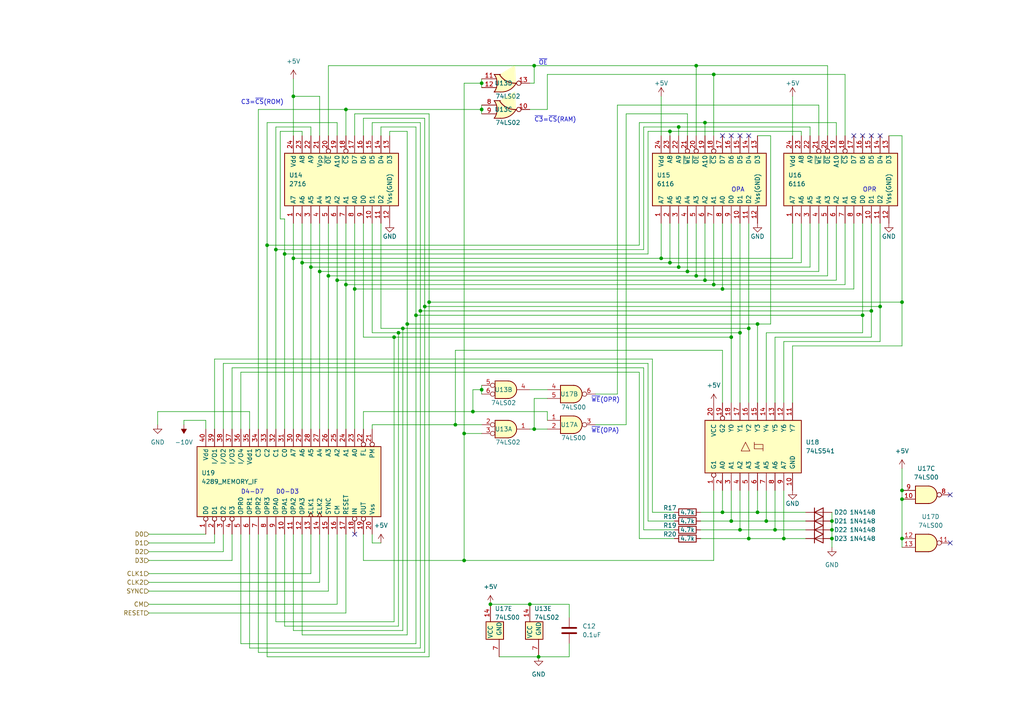
<source format=kicad_sch>
(kicad_sch (version 20211123) (generator eeschema)
  (paper "A4")
  (lib_symbols
    (symbol "000_MyLibrary:2716"
      (property "Reference" "U" (at -6.35 24.13 0))
      (property "Value" "2716" (at 2.54 24.13 0))
      (symbol "2716_1_1"
        (pin input line (at -12.7 20.32 0) (length 5.08) (name "A7") (number "1"))
        (pin tri_state line (at -12.7 -2.54 0) (length 5.08) (name "D1") (number "10"))
        (pin tri_state line (at -12.7 -5.08 0) (length 5.08) (name "D2") (number "11"))
        (pin power_in line (at -12.7 -7.62 0) (length 5.08) (name "Vss(GND)") (number "12"))
        (pin tri_state line (at 12.7 -7.62 180) (length 5.08) (name "D3") (number "13"))
        (pin tri_state line (at 12.7 -5.08 180) (length 5.08) (name "D4") (number "14"))
        (pin tri_state line (at 12.7 -2.54 180) (length 5.08) (name "D5") (number "15"))
        (pin tri_state line (at 12.7 0 180) (length 5.08) (name "D6") (number "16"))
        (pin tri_state line (at 12.7 2.54 180) (length 5.08) (name "D7") (number "17"))
        (pin input inverted (at 12.7 5.08 180) (length 5.08) (name "~{CS}") (number "18"))
        (pin input line (at 12.7 7.62 180) (length 5.08) (name "A10") (number "19"))
        (pin input line (at -12.7 17.78 0) (length 5.08) (name "A6") (number "2"))
        (pin input inverted (at 12.7 10.16 180) (length 5.08) (name "~{OE}") (number "20"))
        (pin power_in line (at 12.7 12.7 180) (length 5.08) (name "Vpp") (number "21"))
        (pin input line (at 12.7 15.24 180) (length 5.08) (name "A9") (number "22"))
        (pin input line (at 12.7 17.78 180) (length 5.08) (name "A8") (number "23"))
        (pin power_in line (at 12.7 20.32 180) (length 5.08) (name "Vdd") (number "24"))
        (pin input line (at -12.7 15.24 0) (length 5.08) (name "A5") (number "3"))
        (pin input line (at -12.7 12.7 0) (length 5.08) (name "A4") (number "4"))
        (pin input line (at -12.7 10.16 0) (length 5.08) (name "A3") (number "5"))
        (pin input line (at -12.7 7.62 0) (length 5.08) (name "A2") (number "6"))
        (pin input line (at -12.7 5.08 0) (length 5.08) (name "A1") (number "7"))
        (pin input line (at -12.7 2.54 0) (length 5.08) (name "A0") (number "8"))
        (pin tri_state line (at -12.7 0 0) (length 5.08) (name "D0") (number "9"))
      )
    )
    (symbol "000_MyLibrary:4289_MEMORY_IF"
      (property "Reference" "U" (at -7.62 30.48 0))
      (property "Value" "4289_MEMORY_IF" (at 7.62 27.94 0))
      (symbol "4289_MEMORY_IF_1_1"
        (pin bidirectional inverted (at -15.24 24.13 0) (length 5.08) (name "D0") (number "1"))
        (pin input line (at -15.24 1.27 0) (length 5.08) (name "OPA1") (number "10"))
        (pin input line (at -15.24 -1.27 0) (length 5.08) (name "OPA2") (number "11"))
        (pin input line (at -15.24 -3.81 0) (length 5.08) (name "OPA3") (number "12"))
        (pin input clock (at -15.24 -6.35 0) (length 5.08) (name "CLK1") (number "13"))
        (pin input clock (at -15.24 -8.89 0) (length 5.08) (name "CLK2") (number "14"))
        (pin input line (at -15.24 -11.43 0) (length 5.08) (name "SYNC") (number "15"))
        (pin input line (at -15.24 -13.97 0) (length 5.08) (name "CM") (number "16"))
        (pin input line (at -15.24 -16.51 0) (length 5.08) (name "RESET") (number "17"))
        (pin output inverted (at -15.24 -19.05 0) (length 5.08) (name "IN") (number "18"))
        (pin output inverted (at -15.24 -21.59 0) (length 5.08) (name "OUT") (number "19"))
        (pin bidirectional inverted (at -15.24 21.59 0) (length 5.08) (name "D1") (number "2"))
        (pin power_in line (at -15.24 -24.13 0) (length 5.08) (name "Vss") (number "20"))
        (pin output inverted (at 15.24 -24.13 180) (length 5.08) (name "PM") (number "21"))
        (pin output inverted (at 15.24 -21.59 180) (length 5.08) (name "FL") (number "22"))
        (pin output line (at 15.24 -19.05 180) (length 5.08) (name "A0") (number "23"))
        (pin output line (at 15.24 -16.51 180) (length 5.08) (name "A1") (number "24"))
        (pin output line (at 15.24 -13.97 180) (length 5.08) (name "A2") (number "25"))
        (pin output line (at 15.24 -11.43 180) (length 5.08) (name "A3") (number "26"))
        (pin output line (at 15.24 -8.89 180) (length 5.08) (name "A4") (number "27"))
        (pin output line (at 15.24 -6.35 180) (length 5.08) (name "A5") (number "28"))
        (pin output line (at 15.24 -3.81 180) (length 5.08) (name "A6") (number "29"))
        (pin bidirectional inverted (at -15.24 19.05 0) (length 5.08) (name "D2") (number "3"))
        (pin output line (at 15.24 -1.27 180) (length 5.08) (name "A7") (number "30"))
        (pin output line (at 15.24 1.27 180) (length 5.08) (name "C0") (number "31"))
        (pin output line (at 15.24 3.81 180) (length 5.08) (name "C1") (number "32"))
        (pin output line (at 15.24 6.35 180) (length 5.08) (name "C2") (number "33"))
        (pin output line (at 15.24 8.89 180) (length 5.08) (name "C3") (number "34"))
        (pin power_in line (at 15.24 11.43 180) (length 5.08) (name "Vdd1") (number "35"))
        (pin bidirectional line (at 15.24 13.97 180) (length 5.08) (name "I/O4") (number "36"))
        (pin bidirectional line (at 15.24 16.51 180) (length 5.08) (name "I/O3") (number "37"))
        (pin bidirectional line (at 15.24 19.05 180) (length 5.08) (name "I/O2") (number "38"))
        (pin bidirectional line (at 15.24 21.59 180) (length 5.08) (name "I/O1") (number "39"))
        (pin bidirectional inverted (at -15.24 16.51 0) (length 5.08) (name "D3") (number "4"))
        (pin power_in line (at 15.24 24.13 180) (length 5.08) (name "Vdd") (number "40"))
        (pin input line (at -15.24 13.97 0) (length 5.08) (name "OPR0") (number "5"))
        (pin input line (at -15.24 11.43 0) (length 5.08) (name "OPR1") (number "6"))
        (pin input line (at -15.24 8.89 0) (length 5.08) (name "OPR2") (number "7"))
        (pin input line (at -15.24 6.35 0) (length 5.08) (name "OPR3") (number "8"))
        (pin input line (at -15.24 3.81 0) (length 5.08) (name "OPA0") (number "9"))
      )
    )
    (symbol "000_MyLibrary:6116"
      (property "Reference" "U" (at -6.35 24.13 0))
      (property "Value" "6116" (at 2.54 24.13 0))
      (symbol "6116_1_1"
        (pin input line (at -12.7 20.32 0) (length 5.08) (name "A7") (number "1"))
        (pin tri_state line (at -12.7 -2.54 0) (length 5.08) (name "D1") (number "10"))
        (pin tri_state line (at -12.7 -5.08 0) (length 5.08) (name "D2") (number "11"))
        (pin power_in line (at -12.7 -7.62 0) (length 5.08) (name "Vss(GND)") (number "12"))
        (pin tri_state line (at 12.7 -7.62 180) (length 5.08) (name "D3") (number "13"))
        (pin tri_state line (at 12.7 -5.08 180) (length 5.08) (name "D4") (number "14"))
        (pin tri_state line (at 12.7 -2.54 180) (length 5.08) (name "D5") (number "15"))
        (pin tri_state line (at 12.7 0 180) (length 5.08) (name "D6") (number "16"))
        (pin tri_state line (at 12.7 2.54 180) (length 5.08) (name "D7") (number "17"))
        (pin input inverted (at 12.7 5.08 180) (length 5.08) (name "~{CS}") (number "18"))
        (pin input line (at 12.7 7.62 180) (length 5.08) (name "A10") (number "19"))
        (pin input line (at -12.7 17.78 0) (length 5.08) (name "A6") (number "2"))
        (pin input inverted (at 12.7 10.16 180) (length 5.08) (name "~{OE}") (number "20"))
        (pin input inverted (at 12.7 12.7 180) (length 5.08) (name "~{WE}") (number "21"))
        (pin input line (at 12.7 15.24 180) (length 5.08) (name "A9") (number "22"))
        (pin input line (at 12.7 17.78 180) (length 5.08) (name "A8") (number "23"))
        (pin power_in line (at 12.7 20.32 180) (length 5.08) (name "Vdd") (number "24"))
        (pin input line (at -12.7 15.24 0) (length 5.08) (name "A5") (number "3"))
        (pin input line (at -12.7 12.7 0) (length 5.08) (name "A4") (number "4"))
        (pin input line (at -12.7 10.16 0) (length 5.08) (name "A3") (number "5"))
        (pin input line (at -12.7 7.62 0) (length 5.08) (name "A2") (number "6"))
        (pin input line (at -12.7 5.08 0) (length 5.08) (name "A1") (number "7"))
        (pin input line (at -12.7 2.54 0) (length 5.08) (name "A0") (number "8"))
        (pin tri_state line (at -12.7 0 0) (length 5.08) (name "D0") (number "9"))
      )
    )
    (symbol "000_MyLibrary:74LS00" (pin_names (offset 1.016))
      (property "Reference" "U" (at -1.27 6.35 0))
      (property "Value" "74LS00" (at 1.27 3.81 0))
      (symbol "74LS00_1_1"
        (pin input line (at -7.62 1.27 0) (length 3.81) (name "~") (number "1"))
        (pin input line (at -7.62 -1.27 0) (length 3.81) (name "~") (number "2"))
        (pin output inverted (at 6.35 0 180) (length 3.81) (name "~") (number "3"))
      )
      (symbol "74LS00_1_2"
        (pin input inverted (at -7.62 1.27 0) (length 4.318) (name "~") (number "1"))
        (pin input inverted (at -7.62 -1.27 0) (length 4.318) (name "~") (number "2"))
        (pin output line (at 6.35 0 180) (length 3.81) (name "~") (number "3"))
      )
      (symbol "74LS00_2_1"
        (pin input line (at -7.62 1.27 0) (length 3.81) (name "~") (number "4"))
        (pin input line (at -7.62 -1.27 0) (length 3.81) (name "~") (number "5"))
        (pin output inverted (at 6.35 0 180) (length 3.81) (name "~") (number "6"))
      )
      (symbol "74LS00_2_2"
        (pin input inverted (at -7.62 1.27 0) (length 4.318) (name "~") (number "4"))
        (pin input inverted (at -7.62 -1.27 0) (length 4.318) (name "~") (number "5"))
        (pin output line (at 6.35 0 180) (length 3.81) (name "~") (number "6"))
      )
      (symbol "74LS00_3_1"
        (pin input line (at -7.62 -1.27 0) (length 3.81) (name "~") (number "10"))
        (pin output inverted (at 6.35 0 180) (length 3.81) (name "~") (number "8"))
        (pin input line (at -7.62 1.27 0) (length 3.81) (name "~") (number "9"))
      )
      (symbol "74LS00_3_2"
        (pin input inverted (at -7.62 -1.27 0) (length 4.318) (name "~") (number "10"))
        (pin output line (at 6.35 0 180) (length 3.81) (name "~") (number "8"))
        (pin input inverted (at -7.62 1.27 0) (length 4.318) (name "~") (number "9"))
      )
      (symbol "74LS00_4_1"
        (pin output inverted (at 6.35 0 180) (length 3.81) (name "~") (number "11"))
        (pin input line (at -7.62 1.27 0) (length 3.81) (name "~") (number "12"))
        (pin input line (at -7.62 -1.27 0) (length 3.81) (name "~") (number "13"))
      )
      (symbol "74LS00_4_2"
        (pin output line (at 6.35 0 180) (length 3.81) (name "~") (number "11"))
        (pin input inverted (at -7.62 1.27 0) (length 4.318) (name "~") (number "12"))
        (pin input inverted (at -7.62 -1.27 0) (length 4.318) (name "~") (number "13"))
      )
      (symbol "74LS00_5_0"
        (pin power_in line (at -1.27 7.62 270) (length 5.08) (name "VCC") (number "14"))
        (pin power_in line (at 1.27 -7.62 90) (length 5.08) (name "GND") (number "7"))
      )
    )
    (symbol "000_MyLibrary:74LS02" (pin_names (offset 1.016))
      (property "Reference" "U" (at 0 6.35 0))
      (property "Value" "74LS02" (at 2.54 3.81 0))
      (symbol "74LS02_1_1"
        (pin output inverted (at 6.35 0 180) (length 3.81) (name "~") (number "1"))
        (pin input line (at -7.62 1.27 0) (length 4.318) (name "~") (number "2"))
        (pin input line (at -7.62 -1.27 0) (length 4.318) (name "~") (number "3"))
      )
      (symbol "74LS02_1_2"
        (pin output line (at 6.35 0 180) (length 3.81) (name "~") (number "1"))
        (pin input inverted (at -7.62 1.27 0) (length 3.81) (name "~") (number "2"))
        (pin input inverted (at -7.62 -1.27 0) (length 3.81) (name "~") (number "3"))
      )
      (symbol "74LS02_2_1"
        (pin output inverted (at 6.35 0 180) (length 3.81) (name "~") (number "4"))
        (pin input line (at -7.62 1.27 0) (length 4.318) (name "~") (number "5"))
        (pin input line (at -7.62 -1.27 0) (length 4.318) (name "~") (number "6"))
      )
      (symbol "74LS02_2_2"
        (pin output line (at 6.35 0 180) (length 3.81) (name "~") (number "4"))
        (pin input inverted (at -7.62 1.27 0) (length 3.81) (name "~") (number "5"))
        (pin input inverted (at -7.62 -1.27 0) (length 3.81) (name "~") (number "6"))
      )
      (symbol "74LS02_3_1"
        (pin output inverted (at 6.35 0 180) (length 3.81) (name "~") (number "10"))
        (pin input line (at -7.62 1.27 0) (length 4.318) (name "~") (number "8"))
        (pin input line (at -7.62 -1.27 0) (length 4.318) (name "~") (number "9"))
      )
      (symbol "74LS02_3_2"
        (pin output line (at 6.35 0 180) (length 3.81) (name "~") (number "10"))
        (pin input inverted (at -7.62 1.27 0) (length 3.81) (name "~") (number "8"))
        (pin input inverted (at -7.62 -1.27 0) (length 3.81) (name "~") (number "9"))
      )
      (symbol "74LS02_4_1"
        (pin input line (at -7.62 1.27 0) (length 4.318) (name "~") (number "11"))
        (pin input line (at -7.62 -1.27 0) (length 4.318) (name "~") (number "12"))
        (pin output inverted (at 6.35 0 180) (length 3.81) (name "~") (number "13"))
      )
      (symbol "74LS02_4_2"
        (pin input inverted (at -7.62 1.27 0) (length 3.81) (name "~") (number "11"))
        (pin input inverted (at -7.62 -1.27 0) (length 3.81) (name "~") (number "12"))
        (pin output line (at 6.35 0 180) (length 3.81) (name "~") (number "13"))
      )
      (symbol "74LS02_5_0"
        (pin power_in line (at -1.27 7.62 270) (length 5.08) (name "VCC") (number "14"))
        (pin power_in line (at 1.27 -7.62 90) (length 5.08) (name "GND") (number "7"))
      )
    )
    (symbol "000_MyLibrary:74LS541" (pin_names (offset 1.016))
      (property "Reference" "U" (at -7.62 15.24 0))
      (property "Value" "74LS541" (at 3.81 15.24 0))
      (symbol "74LS541_1_0"
        (pin input inverted (at -12.7 11.43 0) (length 5.08) (name "G1") (number "1"))
        (pin power_in line (at -12.7 -11.43 0) (length 5.08) (name "GND") (number "10"))
        (pin tri_state line (at 12.7 -11.43 180) (length 5.08) (name "Y7") (number "11"))
        (pin tri_state line (at 12.7 -8.89 180) (length 5.08) (name "Y6") (number "12"))
        (pin tri_state line (at 12.7 -6.35 180) (length 5.08) (name "Y5") (number "13"))
        (pin tri_state line (at 12.7 -3.81 180) (length 5.08) (name "Y4") (number "14"))
        (pin tri_state line (at 12.7 -1.27 180) (length 5.08) (name "Y3") (number "15"))
        (pin tri_state line (at 12.7 1.27 180) (length 5.08) (name "Y2") (number "16"))
        (pin tri_state line (at 12.7 3.81 180) (length 5.08) (name "Y1") (number "17"))
        (pin tri_state line (at 12.7 6.35 180) (length 5.08) (name "Y0") (number "18"))
        (pin input inverted (at 12.7 8.89 180) (length 5.08) (name "G2") (number "19"))
        (pin input line (at -12.7 8.89 0) (length 5.08) (name "A0") (number "2"))
        (pin power_in line (at 12.7 11.43 180) (length 5.08) (name "VCC") (number "20"))
        (pin input line (at -12.7 6.35 0) (length 5.08) (name "A1") (number "3"))
        (pin input line (at -12.7 3.81 0) (length 5.08) (name "A2") (number "4"))
        (pin input line (at -12.7 1.27 0) (length 5.08) (name "A3") (number "5"))
        (pin input line (at -12.7 -1.27 0) (length 5.08) (name "A4") (number "6"))
        (pin input line (at -12.7 -3.81 0) (length 5.08) (name "A5") (number "7"))
        (pin input line (at -12.7 -6.35 0) (length 5.08) (name "A6") (number "8"))
        (pin input line (at -12.7 -8.89 0) (length 5.08) (name "A7") (number "9"))
      )
    )
    (symbol "000_MyLibrary:C" (pin_numbers hide) (pin_names (offset 0.254))
      (property "Reference" "C" (at 0.635 2.54 0))
      (property "Value" "C" (at 0.635 -2.54 0))
      (symbol "C_1_1"
        (pin passive line (at 0 3.81 270) (length 2.794) (name "~") (number "1"))
        (pin passive line (at 0 -3.81 90) (length 2.794) (name "~") (number "2"))
      )
    )
    (symbol "000_MyLibrary:R" (pin_numbers hide) (pin_names (offset 0))
      (property "Reference" "R" (at 2.032 0 90))
      (property "Value" "R" (at 0 0 90))
      (symbol "R_1_1"
        (pin passive line (at 0 3.81 270) (length 1.27) (name "~") (number "1"))
        (pin passive line (at 0 -3.81 90) (length 1.27) (name "~") (number "2"))
      )
    )
    (symbol "74LS00_1" (pin_names (offset 1.016))
      (property "Reference" "U" (at -1.27 6.35 0))
      (property "Value" "74LS00_1" (at 1.27 3.81 0))
      (symbol "74LS00_1_1_1"
        (pin input line (at -7.62 1.27 0) (length 3.81) (name "~") (number "1"))
        (pin input line (at -7.62 -1.27 0) (length 3.81) (name "~") (number "2"))
        (pin output inverted (at 6.35 0 180) (length 3.81) (name "~") (number "3"))
      )
      (symbol "74LS00_1_1_2"
        (pin input inverted (at -7.62 1.27 0) (length 4.318) (name "~") (number "1"))
        (pin input inverted (at -7.62 -1.27 0) (length 4.318) (name "~") (number "2"))
        (pin output line (at 6.35 0 180) (length 3.81) (name "~") (number "3"))
      )
      (symbol "74LS00_1_2_1"
        (pin input line (at -7.62 1.27 0) (length 3.81) (name "~") (number "4"))
        (pin input line (at -7.62 -1.27 0) (length 3.81) (name "~") (number "5"))
        (pin output inverted (at 6.35 0 180) (length 3.81) (name "~") (number "6"))
      )
      (symbol "74LS00_1_2_2"
        (pin input inverted (at -7.62 1.27 0) (length 4.318) (name "~") (number "4"))
        (pin input inverted (at -7.62 -1.27 0) (length 4.318) (name "~") (number "5"))
        (pin output line (at 6.35 0 180) (length 3.81) (name "~") (number "6"))
      )
      (symbol "74LS00_1_3_1"
        (pin input line (at -7.62 -1.27 0) (length 3.81) (name "~") (number "10"))
        (pin output inverted (at 6.35 0 180) (length 3.81) (name "~") (number "8"))
        (pin input line (at -7.62 1.27 0) (length 3.81) (name "~") (number "9"))
      )
      (symbol "74LS00_1_3_2"
        (pin input inverted (at -7.62 -1.27 0) (length 4.318) (name "~") (number "10"))
        (pin output line (at 6.35 0 180) (length 3.81) (name "~") (number "8"))
        (pin input inverted (at -7.62 1.27 0) (length 4.318) (name "~") (number "9"))
      )
      (symbol "74LS00_1_4_1"
        (pin output inverted (at 6.35 0 180) (length 3.81) (name "~") (number "11"))
        (pin input line (at -7.62 1.27 0) (length 3.81) (name "~") (number "12"))
        (pin input line (at -7.62 -1.27 0) (length 3.81) (name "~") (number "13"))
      )
      (symbol "74LS00_1_4_2"
        (pin output line (at 6.35 0 180) (length 3.81) (name "~") (number "11"))
        (pin input inverted (at -7.62 1.27 0) (length 4.318) (name "~") (number "12"))
        (pin input inverted (at -7.62 -1.27 0) (length 4.318) (name "~") (number "13"))
      )
      (symbol "74LS00_1_5_0"
        (pin power_in line (at -1.27 7.62 270) (length 5.08) (name "VCC") (number "14"))
        (pin power_in line (at 1.27 -7.62 90) (length 5.08) (name "GND") (number "7"))
      )
    )
    (symbol "74LS00_2" (pin_names (offset 1.016))
      (property "Reference" "U" (at -1.27 6.35 0))
      (property "Value" "74LS00_2" (at 1.27 3.81 0))
      (symbol "74LS00_2_1_1"
        (pin input line (at -7.62 1.27 0) (length 3.81) (name "~") (number "1"))
        (pin input line (at -7.62 -1.27 0) (length 3.81) (name "~") (number "2"))
        (pin output inverted (at 6.35 0 180) (length 3.81) (name "~") (number "3"))
      )
      (symbol "74LS00_2_1_2"
        (pin input inverted (at -7.62 1.27 0) (length 4.318) (name "~") (number "1"))
        (pin input inverted (at -7.62 -1.27 0) (length 4.318) (name "~") (number "2"))
        (pin output line (at 6.35 0 180) (length 3.81) (name "~") (number "3"))
      )
      (symbol "74LS00_2_2_1"
        (pin input line (at -7.62 1.27 0) (length 3.81) (name "~") (number "4"))
        (pin input line (at -7.62 -1.27 0) (length 3.81) (name "~") (number "5"))
        (pin output inverted (at 6.35 0 180) (length 3.81) (name "~") (number "6"))
      )
      (symbol "74LS00_2_2_2"
        (pin input inverted (at -7.62 1.27 0) (length 4.318) (name "~") (number "4"))
        (pin input inverted (at -7.62 -1.27 0) (length 4.318) (name "~") (number "5"))
        (pin output line (at 6.35 0 180) (length 3.81) (name "~") (number "6"))
      )
      (symbol "74LS00_2_3_1"
        (pin input line (at -7.62 -1.27 0) (length 3.81) (name "~") (number "10"))
        (pin output inverted (at 6.35 0 180) (length 3.81) (name "~") (number "8"))
        (pin input line (at -7.62 1.27 0) (length 3.81) (name "~") (number "9"))
      )
      (symbol "74LS00_2_3_2"
        (pin input inverted (at -7.62 -1.27 0) (length 4.318) (name "~") (number "10"))
        (pin output line (at 6.35 0 180) (length 3.81) (name "~") (number "8"))
        (pin input inverted (at -7.62 1.27 0) (length 4.318) (name "~") (number "9"))
      )
      (symbol "74LS00_2_4_1"
        (pin output inverted (at 6.35 0 180) (length 3.81) (name "~") (number "11"))
        (pin input line (at -7.62 1.27 0) (length 3.81) (name "~") (number "12"))
        (pin input line (at -7.62 -1.27 0) (length 3.81) (name "~") (number "13"))
      )
      (symbol "74LS00_2_4_2"
        (pin output line (at 6.35 0 180) (length 3.81) (name "~") (number "11"))
        (pin input inverted (at -7.62 1.27 0) (length 4.318) (name "~") (number "12"))
        (pin input inverted (at -7.62 -1.27 0) (length 4.318) (name "~") (number "13"))
      )
      (symbol "74LS00_2_5_0"
        (pin power_in line (at -1.27 7.62 270) (length 5.08) (name "VCC") (number "14"))
        (pin power_in line (at 1.27 -7.62 90) (length 5.08) (name "GND") (number "7"))
      )
    )
    (symbol "74LS00_3" (pin_names (offset 1.016))
      (property "Reference" "U" (at -1.27 6.35 0))
      (property "Value" "74LS00_3" (at 1.27 3.81 0))
      (symbol "74LS00_3_1_1"
        (pin input line (at -7.62 1.27 0) (length 3.81) (name "~") (number "1"))
        (pin input line (at -7.62 -1.27 0) (length 3.81) (name "~") (number "2"))
        (pin output inverted (at 6.35 0 180) (length 3.81) (name "~") (number "3"))
      )
      (symbol "74LS00_3_1_2"
        (pin input inverted (at -7.62 1.27 0) (length 4.318) (name "~") (number "1"))
        (pin input inverted (at -7.62 -1.27 0) (length 4.318) (name "~") (number "2"))
        (pin output line (at 6.35 0 180) (length 3.81) (name "~") (number "3"))
      )
      (symbol "74LS00_3_2_1"
        (pin input line (at -7.62 1.27 0) (length 3.81) (name "~") (number "4"))
        (pin input line (at -7.62 -1.27 0) (length 3.81) (name "~") (number "5"))
        (pin output inverted (at 6.35 0 180) (length 3.81) (name "~") (number "6"))
      )
      (symbol "74LS00_3_2_2"
        (pin input inverted (at -7.62 1.27 0) (length 4.318) (name "~") (number "4"))
        (pin input inverted (at -7.62 -1.27 0) (length 4.318) (name "~") (number "5"))
        (pin output line (at 6.35 0 180) (length 3.81) (name "~") (number "6"))
      )
      (symbol "74LS00_3_3_1"
        (pin input line (at -7.62 -1.27 0) (length 3.81) (name "~") (number "10"))
        (pin output inverted (at 6.35 0 180) (length 3.81) (name "~") (number "8"))
        (pin input line (at -7.62 1.27 0) (length 3.81) (name "~") (number "9"))
      )
      (symbol "74LS00_3_3_2"
        (pin input inverted (at -7.62 -1.27 0) (length 4.318) (name "~") (number "10"))
        (pin output line (at 6.35 0 180) (length 3.81) (name "~") (number "8"))
        (pin input inverted (at -7.62 1.27 0) (length 4.318) (name "~") (number "9"))
      )
      (symbol "74LS00_3_4_1"
        (pin output inverted (at 6.35 0 180) (length 3.81) (name "~") (number "11"))
        (pin input line (at -7.62 1.27 0) (length 3.81) (name "~") (number "12"))
        (pin input line (at -7.62 -1.27 0) (length 3.81) (name "~") (number "13"))
      )
      (symbol "74LS00_3_4_2"
        (pin output line (at 6.35 0 180) (length 3.81) (name "~") (number "11"))
        (pin input inverted (at -7.62 1.27 0) (length 4.318) (name "~") (number "12"))
        (pin input inverted (at -7.62 -1.27 0) (length 4.318) (name "~") (number "13"))
      )
      (symbol "74LS00_3_5_0"
        (pin power_in line (at -1.27 7.62 270) (length 5.08) (name "VCC") (number "14"))
        (pin power_in line (at 1.27 -7.62 90) (length 5.08) (name "GND") (number "7"))
      )
    )
    (symbol "74LS00_4" (pin_names (offset 1.016))
      (property "Reference" "U" (at -1.27 6.35 0))
      (property "Value" "74LS00_4" (at 1.27 3.81 0))
      (symbol "74LS00_4_1_1"
        (pin input line (at -7.62 1.27 0) (length 3.81) (name "~") (number "1"))
        (pin input line (at -7.62 -1.27 0) (length 3.81) (name "~") (number "2"))
        (pin output inverted (at 6.35 0 180) (length 3.81) (name "~") (number "3"))
      )
      (symbol "74LS00_4_1_2"
        (pin input inverted (at -7.62 1.27 0) (length 4.318) (name "~") (number "1"))
        (pin input inverted (at -7.62 -1.27 0) (length 4.318) (name "~") (number "2"))
        (pin output line (at 6.35 0 180) (length 3.81) (name "~") (number "3"))
      )
      (symbol "74LS00_4_2_1"
        (pin input line (at -7.62 1.27 0) (length 3.81) (name "~") (number "4"))
        (pin input line (at -7.62 -1.27 0) (length 3.81) (name "~") (number "5"))
        (pin output inverted (at 6.35 0 180) (length 3.81) (name "~") (number "6"))
      )
      (symbol "74LS00_4_2_2"
        (pin input inverted (at -7.62 1.27 0) (length 4.318) (name "~") (number "4"))
        (pin input inverted (at -7.62 -1.27 0) (length 4.318) (name "~") (number "5"))
        (pin output line (at 6.35 0 180) (length 3.81) (name "~") (number "6"))
      )
      (symbol "74LS00_4_3_1"
        (pin input line (at -7.62 -1.27 0) (length 3.81) (name "~") (number "10"))
        (pin output inverted (at 6.35 0 180) (length 3.81) (name "~") (number "8"))
        (pin input line (at -7.62 1.27 0) (length 3.81) (name "~") (number "9"))
      )
      (symbol "74LS00_4_3_2"
        (pin input inverted (at -7.62 -1.27 0) (length 4.318) (name "~") (number "10"))
        (pin output line (at 6.35 0 180) (length 3.81) (name "~") (number "8"))
        (pin input inverted (at -7.62 1.27 0) (length 4.318) (name "~") (number "9"))
      )
      (symbol "74LS00_4_4_1"
        (pin output inverted (at 6.35 0 180) (length 3.81) (name "~") (number "11"))
        (pin input line (at -7.62 1.27 0) (length 3.81) (name "~") (number "12"))
        (pin input line (at -7.62 -1.27 0) (length 3.81) (name "~") (number "13"))
      )
      (symbol "74LS00_4_4_2"
        (pin output line (at 6.35 0 180) (length 3.81) (name "~") (number "11"))
        (pin input inverted (at -7.62 1.27 0) (length 4.318) (name "~") (number "12"))
        (pin input inverted (at -7.62 -1.27 0) (length 4.318) (name "~") (number "13"))
      )
      (symbol "74LS00_4_5_0"
        (pin power_in line (at -1.27 7.62 270) (length 5.08) (name "VCC") (number "14"))
        (pin power_in line (at 1.27 -7.62 90) (length 5.08) (name "GND") (number "7"))
      )
    )
    (symbol "Diode:1N4148" (pin_numbers hide) (pin_names hide)
      (property "Reference" "D" (at 0 2.54 0))
      (property "Value" "1N4148" (at 0 -2.54 0))
      (symbol "1N4148_1_1"
        (pin passive line (at -3.81 0 0) (length 2.54) (name "K") (number "1"))
        (pin passive line (at 3.81 0 180) (length 2.54) (name "A") (number "2"))
      )
    )
    (symbol "power:+5V" (power) (pin_names (offset 0))
      (property "Value" "+5V" (at 0 3.556 0))
      (symbol "+5V_1_1"
        (pin power_in line (at 0 0 90) (length 0) hide (name "+5V") (number "1"))
      )
    )
    (symbol "power:-10V" (power) (pin_names (offset 0))
      (property "Value" "-10V" (at 0 3.81 0))
      (symbol "-10V_0_0"
        (pin power_in line (at 0 0 90) (length 0) hide (name "-10V") (number "1"))
      )
    )
    (symbol "power:GND" (power) (pin_names (offset 0))
      (property "Value" "GND" (at 0 -3.81 0))
      (symbol "GND_1_1"
        (pin power_in line (at 0 0 270) (length 0) hide (name "GND") (number "1"))
      )
    )
  )
  (junction (at 85.09 74.93))
  (junction (at 124.46 87.63))
  (junction (at 196.85 77.47))
  (junction (at 139.7 31.75))
  (junction (at 142.24 175.26))
  (junction (at 241.3 151.13))
  (junction (at 261.62 142.24))
  (junction (at 217.17 156.21))
  (junction (at 212.09 97.79))
  (junction (at 132.08 123.19))
  (junction (at 154.94 124.46))
  (junction (at 214.63 96.52))
  (junction (at 217.17 95.25))
  (junction (at 97.79 81.28))
  (junction (at 77.47 71.12))
  (junction (at 261.62 156.21))
  (junction (at 115.57 96.52))
  (junction (at 196.85 36.83))
  (junction (at 214.63 153.67))
  (junction (at 90.17 77.47))
  (junction (at 241.3 153.67))
  (junction (at 100.33 82.55))
  (junction (at 95.25 80.01))
  (junction (at 194.31 38.1))
  (junction (at 137.16 119.38))
  (junction (at 120.65 91.44))
  (junction (at 82.55 73.66))
  (junction (at 201.93 80.01))
  (junction (at 191.77 74.93))
  (junction (at 139.7 113.03))
  (junction (at 201.93 19.05))
  (junction (at 241.3 156.21))
  (junction (at 114.3 97.79))
  (junction (at 219.71 93.98))
  (junction (at 261.62 87.63))
  (junction (at 209.55 83.82))
  (junction (at 255.27 88.9))
  (junction (at 118.11 93.98))
  (junction (at 252.73 90.17))
  (junction (at 87.63 76.2))
  (junction (at 121.92 90.17))
  (junction (at 134.62 162.56))
  (junction (at 139.7 24.13))
  (junction (at 134.62 125.73))
  (junction (at 123.19 88.9))
  (junction (at 156.21 190.5))
  (junction (at 116.84 95.25))
  (junction (at 154.94 19.05))
  (junction (at 153.67 175.26))
  (junction (at 194.31 76.2))
  (junction (at 92.71 78.74))
  (junction (at 261.62 144.78))
  (junction (at 250.19 91.44))
  (junction (at 85.09 27.94))
  (junction (at 212.09 151.13))
  (junction (at 207.01 21.59))
  (junction (at 204.47 35.56))
  (junction (at 209.55 148.59))
  (junction (at 80.01 72.39))
  (junction (at 100.33 31.75))
  (junction (at 222.25 151.13))
  (junction (at 204.47 81.28))
  (junction (at 224.79 153.67))
  (junction (at 102.87 83.82))
  (junction (at 207.01 82.55))
  (junction (at 219.71 148.59))
  (junction (at 199.39 78.74))
  (junction (at 227.33 156.21))
  (no_connect (at 255.27 39.37))
  (no_connect (at 102.87 154.94))
  (no_connect (at 217.17 39.37))
  (no_connect (at 252.73 39.37))
  (no_connect (at 275.59 157.48))
  (no_connect (at 247.65 39.37))
  (no_connect (at 250.19 39.37))
  (no_connect (at 209.55 39.37))
  (no_connect (at 214.63 39.37))
  (no_connect (at 275.59 143.51))
  (no_connect (at 212.09 39.37))
  (wire (pts (xy 102.87 83.82) (xy 102.87 124.46)))
  (wire (pts (xy 212.09 142.24) (xy 212.09 151.13)))
  (wire (pts (xy 247.65 64.77) (xy 247.65 83.82)))
  (wire (pts (xy 222.25 142.24) (xy 222.25 151.13)))
  (wire (pts (xy 107.95 35.56) (xy 121.92 35.56)))
  (wire (pts (xy 120.65 91.44) (xy 250.19 91.44)))
  (wire (pts (xy 158.75 31.75) (xy 158.75 21.59)))
  (wire (pts (xy 158.75 115.57) (xy 154.94 115.57)))
  (wire (pts (xy 185.42 71.12) (xy 185.42 35.56)))
  (wire (pts (xy 81.28 63.5) (xy 82.55 63.5)))
  (wire (pts (xy 237.49 78.74) (xy 199.39 78.74)))
  (wire (pts (xy 116.84 95.25) (xy 217.17 95.25)))
  (wire (pts (xy 261.62 156.21) (xy 261.62 158.75)))
  (wire (pts (xy 186.69 153.67) (xy 195.58 153.67)))
  (wire (pts (xy 201.93 80.01) (xy 95.25 80.01)))
  (wire (pts (xy 209.55 101.6) (xy 132.08 101.6)))
  (wire (pts (xy 199.39 64.77) (xy 199.39 78.74)))
  (wire (pts (xy 124.46 87.63) (xy 261.62 87.63)))
  (wire (pts (xy 87.63 184.15) (xy 118.11 184.15)))
  (wire (pts (xy 116.84 95.25) (xy 116.84 182.88)))
  (wire (pts (xy 80.01 154.94) (xy 80.01 180.34)))
  (wire (pts (xy 87.63 38.1) (xy 87.63 39.37)))
  (wire (pts (xy 80.01 180.34) (xy 114.3 180.34)))
  (wire (pts (xy 181.61 123.19) (xy 181.61 33.02)))
  (wire (pts (xy 144.78 190.5) (xy 156.21 190.5)))
  (wire (pts (xy 224.79 97.79) (xy 224.79 116.84)))
  (wire (pts (xy 110.49 95.25) (xy 116.84 95.25)))
  (wire (pts (xy 82.55 181.61) (xy 115.57 181.61)))
  (wire (pts (xy 242.57 81.28) (xy 204.47 81.28)))
  (wire (pts (xy 105.41 34.29) (xy 123.19 34.29)))
  (wire (pts (xy 199.39 78.74) (xy 92.71 78.74)))
  (wire (pts (xy 77.47 35.56) (xy 97.79 35.56)))
  (wire (pts (xy 234.95 77.47) (xy 196.85 77.47)))
  (wire (pts (xy 153.67 124.46) (xy 154.94 124.46)))
  (wire (pts (xy 214.63 96.52) (xy 214.63 116.84)))
  (wire (pts (xy 123.19 34.29) (xy 123.19 88.9)))
  (wire (pts (xy 189.23 104.14) (xy 189.23 148.59)))
  (wire (pts (xy 156.21 190.5) (xy 165.1 190.5)))
  (wire (pts (xy 87.63 38.1) (xy 81.28 38.1)))
  (wire (pts (xy 67.31 106.68) (xy 186.69 106.68)))
  (wire (pts (xy 154.94 24.13) (xy 153.67 24.13)))
  (wire (pts (xy 123.19 189.23) (xy 74.93 189.23)))
  (wire (pts (xy 234.95 36.83) (xy 196.85 36.83)))
  (wire (pts (xy 62.23 104.14) (xy 62.23 124.46)))
  (wire (pts (xy 142.24 175.26) (xy 153.67 175.26)))
  (wire (pts (xy 100.33 31.75) (xy 100.33 39.37)))
  (wire (pts (xy 185.42 156.21) (xy 195.58 156.21)))
  (wire (pts (xy 72.39 154.94) (xy 72.39 187.96)))
  (wire (pts (xy 194.31 38.1) (xy 194.31 39.37)))
  (wire (pts (xy 69.85 107.95) (xy 69.85 124.46)))
  (wire (pts (xy 100.33 31.75) (xy 139.7 31.75)))
  (wire (pts (xy 105.41 119.38) (xy 137.16 119.38)))
  (wire (pts (xy 134.62 24.13) (xy 139.7 24.13)))
  (wire (pts (xy 82.55 73.66) (xy 82.55 124.46)))
  (wire (pts (xy 241.3 153.67) (xy 241.3 156.21)))
  (wire (pts (xy 90.17 64.77) (xy 90.17 77.47)))
  (wire (pts (xy 139.7 31.75) (xy 139.7 33.02)))
  (wire (pts (xy 69.85 107.95) (xy 185.42 107.95)))
  (wire (pts (xy 252.73 64.77) (xy 252.73 90.17)))
  (wire (pts (xy 72.39 187.96) (xy 121.92 187.96)))
  (wire (pts (xy 194.31 38.1) (xy 232.41 38.1)))
  (wire (pts (xy 43.18 166.37) (xy 90.17 166.37)))
  (wire (pts (xy 110.49 36.83) (xy 110.49 39.37)))
  (wire (pts (xy 203.2 148.59) (xy 209.55 148.59)))
  (wire (pts (xy 203.2 153.67) (xy 214.63 153.67)))
  (wire (pts (xy 115.57 96.52) (xy 214.63 96.52)))
  (wire (pts (xy 227.33 156.21) (xy 233.68 156.21)))
  (wire (pts (xy 124.46 87.63) (xy 124.46 190.5)))
  (wire (pts (xy 172.72 114.3) (xy 179.07 114.3)))
  (wire (pts (xy 172.72 123.19) (xy 181.61 123.19)))
  (wire (pts (xy 179.07 30.48) (xy 237.49 30.48)))
  (wire (pts (xy 43.18 157.48) (xy 62.23 157.48)))
  (wire (pts (xy 43.18 162.56) (xy 67.31 162.56)))
  (wire (pts (xy 69.85 186.69) (xy 120.65 186.69)))
  (wire (pts (xy 139.7 111.76) (xy 139.7 113.03)))
  (wire (pts (xy 95.25 19.05) (xy 154.94 19.05)))
  (wire (pts (xy 105.41 97.79) (xy 114.3 97.79)))
  (wire (pts (xy 165.1 179.07) (xy 165.1 175.26)))
  (wire (pts (xy 92.71 27.94) (xy 85.09 27.94)))
  (wire (pts (xy 219.71 93.98) (xy 219.71 116.84)))
  (wire (pts (xy 100.33 64.77) (xy 100.33 82.55)))
  (wire (pts (xy 134.62 24.13) (xy 134.62 125.73)))
  (wire (pts (xy 250.19 91.44) (xy 250.19 96.52)))
  (wire (pts (xy 212.09 64.77) (xy 212.09 97.79)))
  (wire (pts (xy 222.25 151.13) (xy 233.68 151.13)))
  (wire (pts (xy 139.7 24.13) (xy 139.7 25.4)))
  (wire (pts (xy 203.2 156.21) (xy 217.17 156.21)))
  (wire (pts (xy 80.01 36.83) (xy 80.01 72.39)))
  (wire (pts (xy 110.49 36.83) (xy 120.65 36.83)))
  (wire (pts (xy 217.17 142.24) (xy 217.17 156.21)))
  (wire (pts (xy 217.17 64.77) (xy 217.17 95.25)))
  (wire (pts (xy 105.41 162.56) (xy 134.62 162.56)))
  (wire (pts (xy 137.16 119.38) (xy 158.75 119.38)))
  (wire (pts (xy 245.11 64.77) (xy 245.11 82.55)))
  (wire (pts (xy 82.55 154.94) (xy 82.55 181.61)))
  (wire (pts (xy 72.39 124.46) (xy 72.39 119.38)))
  (wire (pts (xy 97.79 64.77) (xy 97.79 81.28)))
  (wire (pts (xy 134.62 125.73) (xy 139.7 125.73)))
  (wire (pts (xy 224.79 153.67) (xy 233.68 153.67)))
  (wire (pts (xy 153.67 31.75) (xy 158.75 31.75)))
  (wire (pts (xy 187.96 73.66) (xy 187.96 38.1)))
  (wire (pts (xy 107.95 124.46) (xy 107.95 123.19)))
  (wire (pts (xy 107.95 157.48) (xy 110.49 157.48)))
  (wire (pts (xy 219.71 148.59) (xy 233.68 148.59)))
  (wire (pts (xy 92.71 78.74) (xy 92.71 124.46)))
  (wire (pts (xy 229.87 100.33) (xy 261.62 100.33)))
  (wire (pts (xy 87.63 154.94) (xy 87.63 184.15)))
  (wire (pts (xy 232.41 38.1) (xy 232.41 39.37)))
  (wire (pts (xy 261.62 87.63) (xy 261.62 39.37)))
  (wire (pts (xy 107.95 35.56) (xy 107.95 39.37)))
  (wire (pts (xy 121.92 90.17) (xy 252.73 90.17)))
  (wire (pts (xy 207.01 21.59) (xy 207.01 39.37)))
  (wire (pts (xy 255.27 64.77) (xy 255.27 88.9)))
  (wire (pts (xy 82.55 63.5) (xy 82.55 73.66)))
  (wire (pts (xy 240.03 19.05) (xy 240.03 39.37)))
  (wire (pts (xy 110.49 64.77) (xy 110.49 95.25)))
  (wire (pts (xy 237.49 64.77) (xy 237.49 78.74)))
  (wire (pts (xy 227.33 156.21) (xy 217.17 156.21)))
  (wire (pts (xy 80.01 36.83) (xy 90.17 36.83)))
  (wire (pts (xy 90.17 77.47) (xy 90.17 124.46)))
  (wire (pts (xy 223.52 39.37) (xy 223.52 93.98)))
  (wire (pts (xy 229.87 74.93) (xy 191.77 74.93)))
  (wire (pts (xy 90.17 36.83) (xy 90.17 39.37)))
  (wire (pts (xy 229.87 64.77) (xy 229.87 74.93)))
  (wire (pts (xy 107.95 64.77) (xy 107.95 96.52)))
  (wire (pts (xy 102.87 33.02) (xy 102.87 39.37)))
  (wire (pts (xy 85.09 74.93) (xy 85.09 124.46)))
  (wire (pts (xy 237.49 30.48) (xy 237.49 39.37)))
  (wire (pts (xy 92.71 39.37) (xy 92.71 27.94)))
  (wire (pts (xy 53.34 121.92) (xy 59.69 121.92)))
  (wire (pts (xy 209.55 101.6) (xy 209.55 116.84)))
  (wire (pts (xy 187.96 38.1) (xy 194.31 38.1)))
  (wire (pts (xy 85.09 22.86) (xy 85.09 27.94)))
  (wire (pts (xy 219.71 142.24) (xy 219.71 148.59)))
  (wire (pts (xy 124.46 33.02) (xy 102.87 33.02)))
  (wire (pts (xy 204.47 81.28) (xy 97.79 81.28)))
  (wire (pts (xy 80.01 72.39) (xy 80.01 124.46)))
  (wire (pts (xy 43.18 171.45) (xy 95.25 171.45)))
  (wire (pts (xy 74.93 31.75) (xy 74.93 124.46)))
  (wire (pts (xy 97.79 35.56) (xy 97.79 39.37)))
  (wire (pts (xy 222.25 96.52) (xy 222.25 116.84)))
  (wire (pts (xy 158.75 119.38) (xy 158.75 121.92)))
  (wire (pts (xy 45.72 119.38) (xy 45.72 123.19)))
  (wire (pts (xy 59.69 121.92) (xy 59.69 124.46)))
  (wire (pts (xy 217.17 95.25) (xy 217.17 116.84)))
  (wire (pts (xy 115.57 96.52) (xy 115.57 181.61)))
  (wire (pts (xy 214.63 153.67) (xy 224.79 153.67)))
  (wire (pts (xy 87.63 76.2) (xy 87.63 124.46)))
  (wire (pts (xy 186.69 72.39) (xy 186.69 36.83)))
  (wire (pts (xy 124.46 87.63) (xy 124.46 33.02)))
  (wire (pts (xy 132.08 101.6) (xy 132.08 123.19)))
  (wire (pts (xy 191.77 64.77) (xy 191.77 74.93)))
  (wire (pts (xy 81.28 38.1) (xy 81.28 63.5)))
  (wire (pts (xy 204.47 35.56) (xy 242.57 35.56)))
  (wire (pts (xy 232.41 64.77) (xy 232.41 76.2)))
  (wire (pts (xy 139.7 24.13) (xy 139.7 22.86)))
  (wire (pts (xy 247.65 83.82) (xy 209.55 83.82)))
  (wire (pts (xy 95.25 80.01) (xy 95.25 124.46)))
  (wire (pts (xy 191.77 27.94) (xy 191.77 39.37)))
  (wire (pts (xy 261.62 135.89) (xy 261.62 142.24)))
  (wire (pts (xy 240.03 80.01) (xy 201.93 80.01)))
  (wire (pts (xy 105.41 64.77) (xy 105.41 97.79)))
  (wire (pts (xy 90.17 166.37) (xy 90.17 154.94)))
  (wire (pts (xy 85.09 74.93) (xy 191.77 74.93)))
  (wire (pts (xy 232.41 76.2) (xy 194.31 76.2)))
  (wire (pts (xy 90.17 77.47) (xy 196.85 77.47)))
  (wire (pts (xy 241.3 156.21) (xy 241.3 158.75)))
  (wire (pts (xy 105.41 154.94) (xy 105.41 162.56)))
  (wire (pts (xy 53.34 121.92) (xy 53.34 123.19)))
  (wire (pts (xy 85.09 27.94) (xy 85.09 39.37)))
  (wire (pts (xy 199.39 33.02) (xy 199.39 39.37)))
  (wire (pts (xy 158.75 21.59) (xy 207.01 21.59)))
  (wire (pts (xy 113.03 38.1) (xy 118.11 38.1)))
  (wire (pts (xy 80.01 72.39) (xy 186.69 72.39)))
  (wire (pts (xy 196.85 36.83) (xy 196.85 39.37)))
  (wire (pts (xy 207.01 21.59) (xy 245.11 21.59)))
  (wire (pts (xy 95.25 19.05) (xy 95.25 39.37)))
  (wire (pts (xy 97.79 81.28) (xy 97.79 124.46)))
  (wire (pts (xy 120.65 36.83) (xy 120.65 91.44)))
  (wire (pts (xy 153.67 113.03) (xy 158.75 113.03)))
  (wire (pts (xy 223.52 39.37) (xy 219.71 39.37)))
  (wire (pts (xy 85.09 64.77) (xy 85.09 74.93)))
  (wire (pts (xy 203.2 151.13) (xy 212.09 151.13)))
  (wire (pts (xy 102.87 64.77) (xy 102.87 83.82)))
  (wire (pts (xy 92.71 64.77) (xy 92.71 78.74)))
  (wire (pts (xy 74.93 154.94) (xy 74.93 189.23)))
  (wire (pts (xy 139.7 31.75) (xy 139.7 30.48)))
  (wire (pts (xy 227.33 99.06) (xy 227.33 116.84)))
  (wire (pts (xy 187.96 105.41) (xy 187.96 151.13)))
  (wire (pts (xy 82.55 73.66) (xy 187.96 73.66)))
  (wire (pts (xy 209.55 142.24) (xy 209.55 148.59)))
  (wire (pts (xy 214.63 64.77) (xy 214.63 96.52)))
  (wire (pts (xy 207.01 64.77) (xy 207.01 82.55)))
  (wire (pts (xy 139.7 113.03) (xy 139.7 114.3)))
  (wire (pts (xy 64.77 105.41) (xy 187.96 105.41)))
  (wire (pts (xy 100.33 177.8) (xy 43.18 177.8)))
  (wire (pts (xy 241.3 153.67) (xy 241.3 151.13)))
  (wire (pts (xy 113.03 38.1) (xy 113.03 39.37)))
  (wire (pts (xy 87.63 64.77) (xy 87.63 76.2)))
  (wire (pts (xy 118.11 38.1) (xy 118.11 93.98)))
  (wire (pts (xy 201.93 19.05) (xy 201.93 39.37)))
  (wire (pts (xy 107.95 96.52) (xy 115.57 96.52)))
  (wire (pts (xy 207.01 162.56) (xy 207.01 142.24)))
  (wire (pts (xy 212.09 97.79) (xy 212.09 116.84)))
  (wire (pts (xy 64.77 160.02) (xy 64.77 154.94)))
  (wire (pts (xy 255.27 88.9) (xy 255.27 99.06)))
  (wire (pts (xy 43.18 168.91) (xy 92.71 168.91)))
  (wire (pts (xy 227.33 99.06) (xy 255.27 99.06)))
  (wire (pts (xy 212.09 151.13) (xy 222.25 151.13)))
  (wire (pts (xy 154.94 19.05) (xy 201.93 19.05)))
  (wire (pts (xy 207.01 82.55) (xy 100.33 82.55)))
  (wire (pts (xy 234.95 39.37) (xy 234.95 36.83)))
  (wire (pts (xy 137.16 113.03) (xy 137.16 119.38)))
  (wire (pts (xy 74.93 31.75) (xy 100.33 31.75)))
  (wire (pts (xy 224.79 97.79) (xy 252.73 97.79)))
  (wire (pts (xy 43.18 160.02) (xy 64.77 160.02)))
  (wire (pts (xy 121.92 35.56) (xy 121.92 90.17)))
  (wire (pts (xy 185.42 35.56) (xy 204.47 35.56)))
  (wire (pts (xy 201.93 64.77) (xy 201.93 80.01)))
  (wire (pts (xy 121.92 90.17) (xy 121.92 187.96)))
  (wire (pts (xy 250.19 64.77) (xy 250.19 91.44)))
  (wire (pts (xy 77.47 190.5) (xy 124.46 190.5)))
  (wire (pts (xy 242.57 64.77) (xy 242.57 81.28)))
  (wire (pts (xy 97.79 154.94) (xy 97.79 175.26)))
  (wire (pts (xy 194.31 76.2) (xy 87.63 76.2)))
  (wire (pts (xy 118.11 93.98) (xy 219.71 93.98)))
  (wire (pts (xy 107.95 123.19) (xy 132.08 123.19)))
  (wire (pts (xy 67.31 162.56) (xy 67.31 154.94)))
  (wire (pts (xy 43.18 154.94) (xy 59.69 154.94)))
  (wire (pts (xy 204.47 64.77) (xy 204.47 81.28)))
  (wire (pts (xy 209.55 64.77) (xy 209.55 83.82)))
  (wire (pts (xy 95.25 64.77) (xy 95.25 80.01)))
  (wire (pts (xy 134.62 162.56) (xy 207.01 162.56)))
  (wire (pts (xy 118.11 93.98) (xy 118.11 184.15)))
  (wire (pts (xy 153.67 175.26) (xy 165.1 175.26)))
  (wire (pts (xy 179.07 30.48) (xy 179.07 114.3)))
  (wire (pts (xy 72.39 119.38) (xy 45.72 119.38)))
  (wire (pts (xy 209.55 148.59) (xy 219.71 148.59)))
  (wire (pts (xy 85.09 182.88) (xy 116.84 182.88)))
  (wire (pts (xy 69.85 154.94) (xy 69.85 186.69)))
  (wire (pts (xy 261.62 87.63) (xy 261.62 100.33)))
  (wire (pts (xy 245.11 82.55) (xy 207.01 82.55)))
  (wire (pts (xy 241.3 151.13) (xy 241.3 148.59)))
  (wire (pts (xy 100.33 82.55) (xy 100.33 124.46)))
  (wire (pts (xy 114.3 97.79) (xy 114.3 180.34)))
  (wire (pts (xy 77.47 71.12) (xy 185.42 71.12)))
  (wire (pts (xy 201.93 19.05) (xy 240.03 19.05)))
  (wire (pts (xy 252.73 90.17) (xy 252.73 97.79)))
  (wire (pts (xy 187.96 151.13) (xy 195.58 151.13)))
  (wire (pts (xy 261.62 144.78) (xy 261.62 156.21)))
  (wire (pts (xy 67.31 106.68) (xy 67.31 124.46)))
  (wire (pts (xy 227.33 142.24) (xy 227.33 156.21)))
  (wire (pts (xy 240.03 64.77) (xy 240.03 80.01)))
  (wire (pts (xy 123.19 88.9) (xy 255.27 88.9)))
  (wire (pts (xy 154.94 24.13) (xy 154.94 19.05)))
  (wire (pts (xy 234.95 64.77) (xy 234.95 77.47)))
  (wire (pts (xy 261.62 142.24) (xy 261.62 144.78)))
  (wire (pts (xy 77.47 71.12) (xy 77.47 35.56)))
  (wire (pts (xy 222.25 96.52) (xy 250.19 96.52)))
  (wire (pts (xy 154.94 115.57) (xy 154.94 124.46)))
  (wire (pts (xy 132.08 123.19) (xy 139.7 123.19)))
  (wire (pts (xy 92.71 168.91) (xy 92.71 154.94)))
  (wire (pts (xy 261.62 39.37) (xy 257.81 39.37)))
  (wire (pts (xy 62.23 104.14) (xy 189.23 104.14)))
  (wire (pts (xy 77.47 154.94) (xy 77.47 190.5)))
  (wire (pts (xy 97.79 175.26) (xy 43.18 175.26)))
  (wire (pts (xy 95.25 171.45) (xy 95.25 154.94)))
  (wire (pts (xy 120.65 91.44) (xy 120.65 186.69)))
  (wire (pts (xy 105.41 119.38) (xy 105.41 124.46)))
  (wire (pts (xy 100.33 154.94) (xy 100.33 177.8)))
  (wire (pts (xy 114.3 97.79) (xy 212.09 97.79)))
  (wire (pts (xy 224.79 142.24) (xy 224.79 153.67)))
  (wire (pts (xy 214.63 142.24) (xy 214.63 153.67)))
  (wire (pts (xy 62.23 157.48) (xy 62.23 154.94)))
  (wire (pts (xy 181.61 33.02) (xy 199.39 33.02)))
  (wire (pts (xy 123.19 88.9) (xy 123.19 189.23)))
  (wire (pts (xy 196.85 64.77) (xy 196.85 77.47)))
  (wire (pts (xy 154.94 124.46) (xy 158.75 124.46)))
  (wire (pts (xy 77.47 71.12) (xy 77.47 124.46)))
  (wire (pts (xy 186.69 106.68) (xy 186.69 153.67)))
  (wire (pts (xy 229.87 100.33) (xy 229.87 116.84)))
  (wire (pts (xy 189.23 148.59) (xy 195.58 148.59)))
  (wire (pts (xy 204.47 35.56) (xy 204.47 39.37)))
  (wire (pts (xy 194.31 64.77) (xy 194.31 76.2)))
  (wire (pts (xy 139.7 113.03) (xy 137.16 113.03)))
  (wire (pts (xy 85.09 154.94) (xy 85.09 182.88)))
  (wire (pts (xy 165.1 186.69) (xy 165.1 190.5)))
  (wire (pts (xy 64.77 105.41) (xy 64.77 124.46)))
  (wire (pts (xy 107.95 154.94) (xy 107.95 157.48)))
  (wire (pts (xy 185.42 107.95) (xy 185.42 156.21)))
  (wire (pts (xy 229.87 27.94) (xy 229.87 39.37)))
  (wire (pts (xy 219.71 93.98) (xy 223.52 93.98)))
  (wire (pts (xy 242.57 35.56) (xy 242.57 39.37)))
  (wire (pts (xy 134.62 125.73) (xy 134.62 162.56)))
  (wire (pts (xy 186.69 36.83) (xy 196.85 36.83)))
  (wire (pts (xy 245.11 39.37) (xy 245.11 21.59)))
  (wire (pts (xy 209.55 83.82) (xy 102.87 83.82)))
  (wire (pts (xy 105.41 39.37) (xy 105.41 34.29)))
  (text "~{WE}(OPA)" (at 171.45 125.73 0) (effects (font (size 1.27 1.27)) (justify left bottom)))
  (text "OPR" (at 250.19 55.88 0) (effects (font (size 1.27 1.27)) (justify left bottom)))
  (text "~{C3}=~{CS}(RAM)" (at 154.94 35.56 0) (effects (font (size 1.27 1.27)) (justify left bottom)))
  (text "~{WE}(OPR)" (at 171.45 116.84 0) (effects (font (size 1.27 1.27)) (justify left bottom)))
  (text "C3=~{CS}(ROM)" (at 69.85 30.48 0) (effects (font (size 1.27 1.27)) (justify left bottom)))
  (text "D0-D3" (at 80.01 143.51 0) (effects (font (size 1.27 1.27)) (justify left bottom)))
  (text "D4-D7" (at 69.85 143.51 0) (effects (font (size 1.27 1.27)) (justify left bottom)))
  (text "~{OE}" (at 156.21 19.05 0) (effects (font (size 1.27 1.27)) (justify left bottom)))
  (text "OPA" (at 212.09 55.88 0) (effects (font (size 1.27 1.27)) (justify left bottom)))
  (hierarchical_label "D0" (shape input) (at 43.18 154.94 180))
  (hierarchical_label "SYNC" (shape input) (at 43.18 171.45 180))
  (hierarchical_label "D3" (shape input) (at 43.18 162.56 180))
  (hierarchical_label "CLK2" (shape input) (at 43.18 168.91 180))
  (hierarchical_label "CM" (shape input) (at 43.18 175.26 180))
  (hierarchical_label "CLK1" (shape input) (at 43.18 166.37 180))
  (hierarchical_label "RESET" (shape input) (at 43.18 177.8 180))
  (hierarchical_label "D2" (shape input) (at 43.18 160.02 180))
  (hierarchical_label "D1" (shape input) (at 43.18 157.48 180))
  (symbol (lib_id "000_MyLibrary:6116") (at 212.09 52.07 90) (unit 1)
    (property "Reference" "U15" (at 190.5 50.8 90) (effects (justify right)))
    (property "Value" "6116" (at 190.5 53.34 90) (effects (justify right)))
    (property "Footprint" "Package_DIP:DIP-24_W15.24mm" (effects hide))
  )
  (symbol (lib_id "power:+5V") (at 191.77 27.94 0) (unit 1)
    (property "Reference" "#PWR045" (effects hide))
    (property "Value" "+5V" (at 191.77 24.13 0))
  )
  (symbol (lib_id "power:+5V") (at 261.62 135.89 0) (unit 1)
    (property "Reference" "#PWR053" (effects hide))
    (property "Value" "+5V" (at 261.62 130.81 0))
  )
  (symbol (lib_id "000_MyLibrary:74LS02") (at 147.32 124.46 0) (unit 1) (convert 2)
    (property "Reference" "U13" (at 146.05 124.46 0))
    (property "Value" "74LS02" (at 147.32 128.27 0))
    (property "Datasheet" "http://www.ti.com/lit/gpn/sn74ls02" (effects hide))
  )
  (symbol (lib_id "power:-10V") (at 53.34 123.19 180) (unit 1)
    (property "Reference" "#PWR052" (effects hide))
    (property "Value" "-10V" (at 53.34 128.27 0))
  )
  (symbol (lib_id "000_MyLibrary:74LS02") (at 147.32 113.03 0) (unit 2) (convert 2)
    (property "Reference" "U13" (at 146.05 113.03 0))
    (property "Value" "74LS02" (at 146.05 116.84 0))
    (property "Datasheet" "http://www.ti.com/lit/gpn/sn74ls02" (effects hide))
  )
  (symbol (lib_id "000_MyLibrary:R") (at 199.39 153.67 90) (unit 1)
    (property "Reference" "R19" (at 194.31 152.4 90))
    (property "Value" "4.7k" (at 199.39 153.67 90))
  )
  (symbol (lib_id "000_MyLibrary:74LS02") (at 147.32 31.75 0) (unit 3)
    (property "Reference" "U13" (at 146.05 31.75 0))
    (property "Value" "74LS02" (at 147.32 35.56 0))
    (property "Datasheet" "http://www.ti.com/lit/gpn/sn74ls02" (effects hide))
  )
  (symbol (lib_id "000_MyLibrary:6116") (at 250.19 52.07 90) (unit 1)
    (property "Reference" "U16" (at 228.6 50.8 90) (effects (justify right)))
    (property "Value" "6116" (at 228.6 53.34 90) (effects (justify right)))
    (property "Footprint" "Package_DIP:DIP-24_W15.24mm" (effects hide))
  )
  (symbol (lib_id "Diode:1N4148") (at 237.49 151.13 0) (unit 1)
    (property "Reference" "D21" (at 243.84 151.13 0))
    (property "Value" "1N4148" (at 250.19 151.13 0))
    (property "Footprint" "Diode_THT:D_DO-35_SOD27_P7.62mm_Horizontal" (effects hide))
    (property "Datasheet" "https://assets.nexperia.com/documents/data-sheet/1N4148_1N4448.pdf" (effects hide))
  )
  (symbol (lib_name "74LS00_3") (lib_id "000_MyLibrary:74LS00") (at 166.37 114.3 0) (unit 2)
    (property "Reference" "U17" (at 165.1 114.3 0))
    (property "Value" "74LS00" (at 166.37 118.11 0))
    (property "Datasheet" "http://www.ti.com/lit/gpn/sn74ls00" (effects hide))
  )
  (symbol (lib_id "power:+5V") (at 207.01 116.84 0) (unit 1)
    (property "Reference" "#PWR050" (effects hide))
    (property "Value" "+5V" (at 207.01 111.76 0))
  )
  (symbol (lib_id "power:+5V") (at 229.87 27.94 0) (unit 1)
    (property "Reference" "#PWR046" (effects hide))
    (property "Value" "+5V" (at 229.87 24.13 0))
  )
  (symbol (lib_id "000_MyLibrary:74LS00") (at 143.51 182.88 0) (unit 5)
    (property "Reference" "U17" (at 143.51 176.53 0) (effects (justify left)))
    (property "Value" "74LS00" (at 143.51 179.07 0) (effects (justify left)))
    (property "Datasheet" "http://www.ti.com/lit/gpn/sn74ls00" (effects hide))
  )
  (symbol (lib_id "000_MyLibrary:C") (at 165.1 182.88 0) (unit 1)
    (property "Reference" "C12" (at 168.91 181.6099 0) (effects (justify left)))
    (property "Value" "0.1uF" (at 168.91 184.1499 0) (effects (justify left)))
  )
  (symbol (lib_id "power:+5V") (at 110.49 157.48 0) (unit 1)
    (property "Reference" "#PWR055" (effects hide))
    (property "Value" "+5V" (at 110.49 152.4 0))
  )
  (symbol (lib_id "000_MyLibrary:R") (at 199.39 148.59 90) (unit 1)
    (property "Reference" "R17" (at 194.31 147.32 90))
    (property "Value" "4.7k" (at 199.39 148.59 90))
  )
  (symbol (lib_id "Diode:1N4148") (at 237.49 148.59 0) (unit 1)
    (property "Reference" "D20" (at 243.84 148.59 0))
    (property "Value" "1N4148" (at 250.19 148.59 0))
    (property "Footprint" "Diode_THT:D_DO-35_SOD27_P7.62mm_Horizontal" (effects hide))
    (property "Datasheet" "https://assets.nexperia.com/documents/data-sheet/1N4148_1N4448.pdf" (effects hide))
  )
  (symbol (lib_id "power:GND") (at 156.21 190.5 0) (unit 1)
    (property "Reference" "#PWR058" (effects hide))
    (property "Value" "GND" (at 156.21 195.58 0))
  )
  (symbol (lib_name "74LS00_4") (lib_id "000_MyLibrary:74LS00") (at 166.37 123.19 0) (unit 1)
    (property "Reference" "U17" (at 165.1 123.19 0))
    (property "Value" "74LS00" (at 166.37 127 0))
    (property "Datasheet" "http://www.ti.com/lit/gpn/sn74ls00" (effects hide))
  )
  (symbol (lib_id "power:GND") (at 257.81 64.77 0) (unit 1)
    (property "Reference" "#PWR049" (effects hide))
    (property "Value" "GND" (at 257.81 68.58 0))
  )
  (symbol (lib_id "power:+5V") (at 85.09 22.86 0) (unit 1)
    (property "Reference" "#PWR044" (effects hide))
    (property "Value" "+5V" (at 85.09 17.78 0))
  )
  (symbol (lib_id "000_MyLibrary:74LS02") (at 147.32 24.13 0) (unit 4)
    (property "Reference" "U13" (at 146.05 24.13 0))
    (property "Value" "74LS02" (at 147.32 27.94 0))
    (property "Datasheet" "http://www.ti.com/lit/gpn/sn74ls02" (effects hide))
  )
  (symbol (lib_id "000_MyLibrary:74LS541") (at 218.44 129.54 90) (unit 1)
    (property "Reference" "U18" (at 233.68 128.2699 90) (effects (justify right)))
    (property "Value" "74LS541" (at 233.68 130.8099 90) (effects (justify right)))
    (property "Footprint" "Package_DIP:DIP-20_W7.62mm" (effects hide))
    (property "Datasheet" "http://www.ti.com/lit/gpn/sn74LS541" (effects hide))
  )
  (symbol (lib_id "power:GND") (at 45.72 123.19 0) (unit 1)
    (property "Reference" "#PWR051" (effects hide))
    (property "Value" "GND" (at 45.72 128.27 0))
  )
  (symbol (lib_id "power:GND") (at 219.71 64.77 0) (unit 1)
    (property "Reference" "#PWR048" (effects hide))
    (property "Value" "GND" (at 219.71 68.58 0))
  )
  (symbol (lib_id "power:GND") (at 229.87 142.24 0) (unit 1)
    (property "Reference" "#PWR054" (effects hide))
    (property "Value" "GND" (at 229.87 146.05 0))
  )
  (symbol (lib_id "power:GND") (at 241.3 158.75 0) (unit 1)
    (property "Reference" "#PWR056" (effects hide))
    (property "Value" "GND" (at 241.3 163.83 0))
  )
  (symbol (lib_id "000_MyLibrary:74LS02") (at 154.94 182.88 0) (unit 5)
    (property "Reference" "U13" (at 154.94 176.53 0) (effects (justify left)))
    (property "Value" "74LS02" (at 154.94 179.07 0) (effects (justify left)))
    (property "Datasheet" "http://www.ti.com/lit/gpn/sn74ls02" (effects hide))
  )
  (symbol (lib_name "74LS00_1") (lib_id "000_MyLibrary:74LS00") (at 269.24 157.48 0) (unit 4)
    (property "Reference" "U17" (at 269.9178 149.86 0))
    (property "Value" "74LS00" (at 269.9178 152.4 0))
    (property "Datasheet" "http://www.ti.com/lit/gpn/sn74ls00" (effects hide))
  )
  (symbol (lib_name "74LS00_2") (lib_id "000_MyLibrary:74LS00") (at 269.24 143.51 0) (unit 3)
    (property "Reference" "U17" (at 268.6478 135.89 0))
    (property "Value" "74LS00" (at 268.6478 138.43 0))
    (property "Datasheet" "http://www.ti.com/lit/gpn/sn74ls00" (effects hide))
  )
  (symbol (lib_id "000_MyLibrary:R") (at 199.39 151.13 90) (unit 1)
    (property "Reference" "R18" (at 194.31 149.86 90))
    (property "Value" "4.7k" (at 199.39 151.13 90))
  )
  (symbol (lib_id "power:+5V") (at 142.24 175.26 0) (unit 1)
    (property "Reference" "#PWR057" (effects hide))
    (property "Value" "+5V" (at 142.24 170.18 0))
  )
  (symbol (lib_id "Diode:1N4148") (at 237.49 153.67 0) (unit 1)
    (property "Reference" "D22" (at 243.84 153.67 0))
    (property "Value" "1N4148" (at 250.19 153.67 0))
    (property "Footprint" "Diode_THT:D_DO-35_SOD27_P7.62mm_Horizontal" (effects hide))
    (property "Datasheet" "https://assets.nexperia.com/documents/data-sheet/1N4148_1N4448.pdf" (effects hide))
  )
  (symbol (lib_id "power:GND") (at 113.03 64.77 0) (unit 1)
    (property "Reference" "#PWR047" (effects hide))
    (property "Value" "GND" (at 113.03 68.58 0))
  )
  (symbol (lib_id "Diode:1N4148") (at 237.49 156.21 0) (unit 1)
    (property "Reference" "D23" (at 243.84 156.21 0))
    (property "Value" "1N4148" (at 250.19 156.21 0))
    (property "Footprint" "Diode_THT:D_DO-35_SOD27_P7.62mm_Horizontal" (effects hide))
    (property "Datasheet" "https://assets.nexperia.com/documents/data-sheet/1N4148_1N4448.pdf" (effects hide))
  )
  (symbol (lib_id "000_MyLibrary:R") (at 199.39 156.21 90) (unit 1)
    (property "Reference" "R20" (at 194.31 154.94 90))
    (property "Value" "4.7k" (at 199.39 156.21 90))
  )
  (symbol (lib_id "000_MyLibrary:2716") (at 105.41 52.07 90) (unit 1)
    (property "Reference" "U14" (at 83.82 50.8 90) (effects (justify right)))
    (property "Value" "2716" (at 83.82 53.34 90) (effects (justify right)))
    (property "Footprint" "Package_DIP:DIP-24_W15.24mm" (effects hide))
  )
  (symbol (lib_id "000_MyLibrary:4289_MEMORY_IF") (at 83.82 139.7 90) (unit 1)
    (property "Reference" "U19" (at 58.42 137.16 90) (effects (justify right)))
    (property "Value" "4289_MEMORY_IF" (at 58.42 139.7 90) (effects (justify right)))
    (property "Footprint" "Package_DIP:DIP-40_W15.24mm" (effects hide))
    (property "Datasheet" "http://bitsavers.informatik.uni-stuttgart.de/components/intel/MCS40/MCS-40_Users_Manual_Nov74.pdf" (effects hide))
  )
)
</source>
